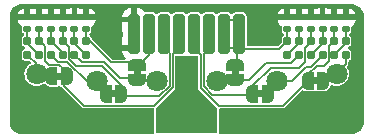
<source format=gbr>
%TF.GenerationSoftware,KiCad,Pcbnew,8.0.5-unknown-202409181836~355805756e~ubuntu22.04.1*%
%TF.CreationDate,2024-10-12T17:39:12+01:00*%
%TF.ProjectId,DRY_ELEC_6CH_MID,4452595f-454c-4454-935f-3643485f4d49,1.0*%
%TF.SameCoordinates,Original*%
%TF.FileFunction,Copper,L1,Top*%
%TF.FilePolarity,Positive*%
%FSLAX46Y46*%
G04 Gerber Fmt 4.6, Leading zero omitted, Abs format (unit mm)*
G04 Created by KiCad (PCBNEW 8.0.5-unknown-202409181836~355805756e~ubuntu22.04.1) date 2024-10-12 17:39:12*
%MOMM*%
%LPD*%
G01*
G04 APERTURE LIST*
G04 Aperture macros list*
%AMRoundRect*
0 Rectangle with rounded corners*
0 $1 Rounding radius*
0 $2 $3 $4 $5 $6 $7 $8 $9 X,Y pos of 4 corners*
0 Add a 4 corners polygon primitive as box body*
4,1,4,$2,$3,$4,$5,$6,$7,$8,$9,$2,$3,0*
0 Add four circle primitives for the rounded corners*
1,1,$1+$1,$2,$3*
1,1,$1+$1,$4,$5*
1,1,$1+$1,$6,$7*
1,1,$1+$1,$8,$9*
0 Add four rect primitives between the rounded corners*
20,1,$1+$1,$2,$3,$4,$5,0*
20,1,$1+$1,$4,$5,$6,$7,0*
20,1,$1+$1,$6,$7,$8,$9,0*
20,1,$1+$1,$8,$9,$2,$3,0*%
%AMFreePoly0*
4,1,13,0.345671,0.480970,0.426777,0.426777,0.480970,0.345671,0.500000,0.250000,0.500000,-0.900000,-0.500000,-0.900000,-0.500000,0.250000,-0.480970,0.345671,-0.426777,0.426777,-0.345671,0.480970,-0.250000,0.500000,0.250000,0.500000,0.345671,0.480970,0.345671,0.480970,$1*%
%AMFreePoly1*
4,1,19,0.500000,-0.750000,0.000000,-0.750000,0.000000,-0.744911,-0.071157,-0.744911,-0.207708,-0.704816,-0.327430,-0.627875,-0.420627,-0.520320,-0.479746,-0.390866,-0.500000,-0.250000,-0.500000,0.250000,-0.479746,0.390866,-0.420627,0.520320,-0.327430,0.627875,-0.207708,0.704816,-0.071157,0.744911,0.000000,0.744911,0.000000,0.750000,0.500000,0.750000,0.500000,-0.750000,0.500000,-0.750000,
$1*%
%AMFreePoly2*
4,1,19,0.000000,0.744911,0.071157,0.744911,0.207708,0.704816,0.327430,0.627875,0.420627,0.520320,0.479746,0.390866,0.500000,0.250000,0.500000,-0.250000,0.479746,-0.390866,0.420627,-0.520320,0.327430,-0.627875,0.207708,-0.704816,0.071157,-0.744911,0.000000,-0.744911,0.000000,-0.750000,-0.500000,-0.750000,-0.500000,0.750000,0.000000,0.750000,0.000000,0.744911,0.000000,0.744911,
$1*%
G04 Aperture macros list end*
%TA.AperFunction,NonConductor*%
%ADD10C,0.000000*%
%TD*%
%TA.AperFunction,EtchedComponent*%
%ADD11C,0.000000*%
%TD*%
%TA.AperFunction,SMDPad,CuDef*%
%ADD12FreePoly0,180.000000*%
%TD*%
%TA.AperFunction,SMDPad,CuDef*%
%ADD13FreePoly0,0.000000*%
%TD*%
%TA.AperFunction,SMDPad,CuDef*%
%ADD14RoundRect,0.140000X0.170000X-0.140000X0.170000X0.140000X-0.170000X0.140000X-0.170000X-0.140000X0*%
%TD*%
%TA.AperFunction,SMDPad,CuDef*%
%ADD15RoundRect,0.160000X0.160000X-0.197500X0.160000X0.197500X-0.160000X0.197500X-0.160000X-0.197500X0*%
%TD*%
%TA.AperFunction,SMDPad,CuDef*%
%ADD16FreePoly1,180.000000*%
%TD*%
%TA.AperFunction,SMDPad,CuDef*%
%ADD17FreePoly2,180.000000*%
%TD*%
%TA.AperFunction,ComponentPad*%
%ADD18C,1.800000*%
%TD*%
%TA.AperFunction,SMDPad,CuDef*%
%ADD19FreePoly1,0.000000*%
%TD*%
%TA.AperFunction,SMDPad,CuDef*%
%ADD20FreePoly2,0.000000*%
%TD*%
%TA.AperFunction,SMDPad,CuDef*%
%ADD21FreePoly1,90.000000*%
%TD*%
%TA.AperFunction,SMDPad,CuDef*%
%ADD22FreePoly2,90.000000*%
%TD*%
%TA.AperFunction,Conductor*%
%ADD23C,0.127000*%
%TD*%
G04 APERTURE END LIST*
%TA.AperFunction,Conductor*%
%TO.N,/IN3*%
G36*
X30135000Y-27700000D02*
G01*
X31135000Y-27700000D01*
X31135000Y-28300000D01*
X30135000Y-28300000D01*
X30135000Y-27700000D01*
G37*
%TD.AperFunction*%
D10*
%TA.AperFunction,NonConductor*%
G36*
X30999999Y-32700000D02*
G01*
X32599999Y-34300000D01*
X32599999Y-36400000D01*
X27399999Y-36400000D01*
X27399999Y-34300000D01*
X28999999Y-32700000D01*
X28999999Y-29900000D01*
X30999999Y-29900000D01*
X30999999Y-32700000D01*
G37*
%TD.AperFunction*%
%TA.AperFunction,Conductor*%
%TO.N,GND*%
G36*
X25055000Y-27700000D02*
G01*
X26055000Y-27700000D01*
X26055000Y-28300000D01*
X25055000Y-28300000D01*
X25055000Y-27700000D01*
G37*
%TD.AperFunction*%
%TA.AperFunction,Conductor*%
%TO.N,/IN1*%
G36*
X33945000Y-27700000D02*
G01*
X34945000Y-27700000D01*
X34945000Y-28300000D01*
X33945000Y-28300000D01*
X33945000Y-27700000D01*
G37*
%TD.AperFunction*%
%TA.AperFunction,Conductor*%
%TO.N,/IN4*%
G36*
X28865000Y-27700000D02*
G01*
X29865000Y-27700000D01*
X29865000Y-28300000D01*
X28865000Y-28300000D01*
X28865000Y-27700000D01*
G37*
%TD.AperFunction*%
%TA.AperFunction,Conductor*%
%TO.N,/IN2*%
G36*
X31405000Y-27700000D02*
G01*
X32405000Y-27700000D01*
X32405000Y-28300000D01*
X31405000Y-28300000D01*
X31405000Y-27700000D01*
G37*
%TD.AperFunction*%
%TA.AperFunction,Conductor*%
%TO.N,/IN1*%
G36*
X32675000Y-27700000D02*
G01*
X33675000Y-27700000D01*
X33675000Y-28300000D01*
X32675000Y-28300000D01*
X32675000Y-27700000D01*
G37*
%TD.AperFunction*%
%TA.AperFunction,Conductor*%
%TO.N,/IN5*%
G36*
X27595000Y-27700000D02*
G01*
X28595000Y-27700000D01*
X28595000Y-28300000D01*
X27595000Y-28300000D01*
X27595000Y-27700000D01*
G37*
%TD.AperFunction*%
%TA.AperFunction,Conductor*%
%TO.N,/IN6*%
G36*
X26325000Y-27700000D02*
G01*
X27325000Y-27700000D01*
X27325000Y-28300000D01*
X26325000Y-28300000D01*
X26325000Y-27700000D01*
G37*
%TD.AperFunction*%
D11*
%TA.AperFunction,EtchedComponent*%
%TD*%
%TO.C,JP2*%
G36*
X36449999Y-33400000D02*
G01*
X35949999Y-33400000D01*
X35949999Y-32800000D01*
X36449999Y-32800000D01*
X36449999Y-33400000D01*
G37*
%TD.AperFunction*%
%TA.AperFunction,EtchedComponent*%
%TO.C,JP5*%
G36*
X24049999Y-33400000D02*
G01*
X23549999Y-33400000D01*
X23549999Y-32800000D01*
X24049999Y-32800000D01*
X24049999Y-33400000D01*
G37*
%TD.AperFunction*%
%TA.AperFunction,EtchedComponent*%
%TO.C,JP3*%
G36*
X41149999Y-32300000D02*
G01*
X40649999Y-32300000D01*
X40649999Y-31700000D01*
X41149999Y-31700000D01*
X41149999Y-32300000D01*
G37*
%TD.AperFunction*%
%TA.AperFunction,EtchedComponent*%
%TO.C,JP6*%
G36*
X26099999Y-31550000D02*
G01*
X25499999Y-31550000D01*
X25499999Y-31050000D01*
X26099999Y-31050000D01*
X26099999Y-31550000D01*
G37*
%TD.AperFunction*%
%TA.AperFunction,EtchedComponent*%
%TO.C,JP1*%
G36*
X34399999Y-31550000D02*
G01*
X33799999Y-31550000D01*
X33799999Y-31050000D01*
X34399999Y-31050000D01*
X34399999Y-31550000D01*
G37*
%TD.AperFunction*%
%TA.AperFunction,EtchedComponent*%
%TO.C,JP4*%
G36*
X19449999Y-31900000D02*
G01*
X18949999Y-31900000D01*
X18949999Y-31300000D01*
X19449999Y-31300000D01*
X19449999Y-31900000D01*
G37*
%TD.AperFunction*%
%TD*%
D12*
%TO.P,J14,1,Pin_1*%
%TO.N,/IN2*%
X31905000Y-29200000D03*
%TD*%
D13*
%TO.P,J4,1,Pin_1*%
%TO.N,/IN4*%
X29365000Y-26800000D03*
%TD*%
D14*
%TO.P,C9,1*%
%TO.N,Net-(C9-Pad1)*%
X18499999Y-27580000D03*
%TO.P,C9,2*%
%TO.N,GND*%
X18499999Y-26620000D03*
%TD*%
D15*
%TO.P,R6,1*%
%TO.N,Net-(C5-Pad1)*%
X42499999Y-29797500D03*
%TO.P,R6,2*%
%TO.N,/IN3*%
X42499999Y-28602500D03*
%TD*%
D14*
%TO.P,C2,1*%
%TO.N,/IN1*%
X38499999Y-27580000D03*
%TO.P,C2,2*%
%TO.N,GND*%
X38499999Y-26620000D03*
%TD*%
D16*
%TO.P,JP2,1,A*%
%TO.N,/filtering_2/ELECTRODE*%
X36849998Y-33100000D03*
D17*
%TO.P,JP2,2,B*%
%TO.N,/IN2*%
X35550000Y-33100000D03*
%TD*%
D12*
%TO.P,J9,1,Pin_1*%
%TO.N,GND*%
X25555000Y-29200000D03*
%TD*%
D14*
%TO.P,C5,1*%
%TO.N,Net-(C5-Pad1)*%
X43499999Y-27580000D03*
%TO.P,C5,2*%
%TO.N,GND*%
X43499999Y-26620000D03*
%TD*%
D13*
%TO.P,J2,1,Pin_1*%
%TO.N,/IN6*%
X26825000Y-26800000D03*
%TD*%
D14*
%TO.P,C8,1*%
%TO.N,/IN4*%
X17499999Y-27580000D03*
%TO.P,C8,2*%
%TO.N,GND*%
X17499999Y-26620000D03*
%TD*%
D18*
%TO.P,J17,1,Pin_1*%
%TO.N,/filtering_1/ELECTRODE*%
X32539999Y-32000000D03*
%TD*%
D15*
%TO.P,R7,1*%
%TO.N,/filtering_4/ELECTRODE*%
X16499999Y-29797500D03*
%TO.P,R7,2*%
%TO.N,Net-(C7-Pad1)*%
X16499999Y-28602500D03*
%TD*%
D18*
%TO.P,J21,1,Pin_1*%
%TO.N,/filtering_5/ELECTRODE*%
X22379999Y-32000000D03*
%TD*%
D15*
%TO.P,R12,1*%
%TO.N,Net-(C11-Pad1)*%
X21499999Y-29797500D03*
%TO.P,R12,2*%
%TO.N,/IN6*%
X21499999Y-28602500D03*
%TD*%
D14*
%TO.P,C4,1*%
%TO.N,/IN2*%
X40499999Y-27580000D03*
%TO.P,C4,2*%
%TO.N,GND*%
X40499999Y-26620000D03*
%TD*%
D12*
%TO.P,J12,1,Pin_1*%
%TO.N,/IN4*%
X29365000Y-29200000D03*
%TD*%
D19*
%TO.P,JP5,1,A*%
%TO.N,/filtering_5/ELECTRODE*%
X23150000Y-33100000D03*
D20*
%TO.P,JP5,2,B*%
%TO.N,/IN5*%
X24449998Y-33100000D03*
%TD*%
D15*
%TO.P,R9,1*%
%TO.N,/filtering_5/ELECTRODE*%
X18499999Y-29797500D03*
%TO.P,R9,2*%
%TO.N,Net-(C9-Pad1)*%
X18499999Y-28602500D03*
%TD*%
D12*
%TO.P,J13,1,Pin_1*%
%TO.N,/IN3*%
X30635000Y-29200000D03*
%TD*%
%TO.P,J16,1,Pin_1*%
%TO.N,/IN1*%
X34445000Y-29200000D03*
%TD*%
D14*
%TO.P,C1,1*%
%TO.N,Net-(C1-Pad1)*%
X39499999Y-27580000D03*
%TO.P,C1,2*%
%TO.N,GND*%
X39499999Y-26620000D03*
%TD*%
D15*
%TO.P,R11,1*%
%TO.N,/filtering_6/ELECTRODE*%
X20499999Y-29797500D03*
%TO.P,R11,2*%
%TO.N,Net-(C11-Pad1)*%
X20499999Y-28602500D03*
%TD*%
%TO.P,R10,1*%
%TO.N,Net-(C9-Pad1)*%
X19499999Y-29797500D03*
%TO.P,R10,2*%
%TO.N,/IN5*%
X19499999Y-28602500D03*
%TD*%
D14*
%TO.P,C6,1*%
%TO.N,/IN3*%
X42499999Y-27580000D03*
%TO.P,C6,2*%
%TO.N,GND*%
X42499999Y-26620000D03*
%TD*%
D15*
%TO.P,R2,1*%
%TO.N,Net-(C1-Pad1)*%
X38499999Y-29797500D03*
%TO.P,R2,2*%
%TO.N,/IN1*%
X38499999Y-28602500D03*
%TD*%
%TO.P,R4,1*%
%TO.N,Net-(C3-Pad1)*%
X40499999Y-29797500D03*
%TO.P,R4,2*%
%TO.N,/IN2*%
X40499999Y-28602500D03*
%TD*%
D13*
%TO.P,J1,1,Pin_1*%
%TO.N,GND*%
X25555000Y-26800000D03*
%TD*%
D14*
%TO.P,C7,1*%
%TO.N,Net-(C7-Pad1)*%
X16499999Y-27580000D03*
%TO.P,C7,2*%
%TO.N,GND*%
X16499999Y-26620000D03*
%TD*%
%TO.P,C3,1*%
%TO.N,Net-(C3-Pad1)*%
X41499999Y-27582500D03*
%TO.P,C3,2*%
%TO.N,GND*%
X41499999Y-26622500D03*
%TD*%
D15*
%TO.P,R1,1*%
%TO.N,/filtering_1/ELECTRODE*%
X39499999Y-29797500D03*
%TO.P,R1,2*%
%TO.N,Net-(C1-Pad1)*%
X39499999Y-28602500D03*
%TD*%
D12*
%TO.P,J10,1,Pin_1*%
%TO.N,/IN6*%
X26825000Y-29200000D03*
%TD*%
%TO.P,J15,1,Pin_1*%
%TO.N,/IN1*%
X33175000Y-29200000D03*
%TD*%
D15*
%TO.P,R8,1*%
%TO.N,Net-(C7-Pad1)*%
X17499999Y-29797500D03*
%TO.P,R8,2*%
%TO.N,/IN4*%
X17499999Y-28602500D03*
%TD*%
D18*
%TO.P,J20,1,Pin_1*%
%TO.N,/filtering_4/ELECTRODE*%
X17299999Y-31400000D03*
%TD*%
D14*
%TO.P,C11,1*%
%TO.N,Net-(C11-Pad1)*%
X20499999Y-27580000D03*
%TO.P,C11,2*%
%TO.N,GND*%
X20499999Y-26620000D03*
%TD*%
D13*
%TO.P,J5,1,Pin_1*%
%TO.N,/IN3*%
X30635000Y-26800000D03*
%TD*%
D14*
%TO.P,C12,1*%
%TO.N,/IN6*%
X21499999Y-27580000D03*
%TO.P,C12,2*%
%TO.N,GND*%
X21499999Y-26620000D03*
%TD*%
D13*
%TO.P,J7,1,Pin_1*%
%TO.N,/IN1*%
X33175000Y-26800000D03*
%TD*%
D16*
%TO.P,JP3,1,A*%
%TO.N,/filtering_3/ELECTRODE*%
X41549998Y-32000000D03*
D17*
%TO.P,JP3,2,B*%
%TO.N,/IN3*%
X40250000Y-32000000D03*
%TD*%
D13*
%TO.P,J3,1,Pin_1*%
%TO.N,/IN5*%
X28095000Y-26800000D03*
%TD*%
D18*
%TO.P,J18,1,Pin_1*%
%TO.N,/filtering_2/ELECTRODE*%
X37619999Y-32000000D03*
%TD*%
D14*
%TO.P,C10,1*%
%TO.N,/IN5*%
X19499999Y-27580000D03*
%TO.P,C10,2*%
%TO.N,GND*%
X19499999Y-26620000D03*
%TD*%
D18*
%TO.P,J22,1,Pin_1*%
%TO.N,/filtering_6/ELECTRODE*%
X27459999Y-32000000D03*
%TD*%
D15*
%TO.P,R3,1*%
%TO.N,/filtering_2/ELECTRODE*%
X41499999Y-29800000D03*
%TO.P,R3,2*%
%TO.N,Net-(C3-Pad1)*%
X41499999Y-28605000D03*
%TD*%
D18*
%TO.P,J19,1,Pin_1*%
%TO.N,/filtering_3/ELECTRODE*%
X42699999Y-31400000D03*
%TD*%
D12*
%TO.P,J11,1,Pin_1*%
%TO.N,/IN5*%
X28095000Y-29200000D03*
%TD*%
D21*
%TO.P,JP6,1,A*%
%TO.N,/filtering_6/ELECTRODE*%
X25799999Y-31949999D03*
D22*
%TO.P,JP6,2,B*%
%TO.N,/IN6*%
X25799999Y-30650001D03*
%TD*%
D13*
%TO.P,J6,1,Pin_1*%
%TO.N,/IN2*%
X31905000Y-26800000D03*
%TD*%
%TO.P,J8,1,Pin_1*%
%TO.N,/IN1*%
X34445000Y-26800000D03*
%TD*%
D21*
%TO.P,JP1,1,A*%
%TO.N,/filtering_1/ELECTRODE*%
X34099999Y-31949999D03*
D22*
%TO.P,JP1,2,B*%
%TO.N,/IN1*%
X34099999Y-30650001D03*
%TD*%
D19*
%TO.P,JP4,1,A*%
%TO.N,/filtering_4/ELECTRODE*%
X18550000Y-31600000D03*
D20*
%TO.P,JP4,2,B*%
%TO.N,/IN4*%
X19849998Y-31600000D03*
%TD*%
D15*
%TO.P,R5,1*%
%TO.N,/filtering_3/ELECTRODE*%
X43499999Y-29797500D03*
%TO.P,R5,2*%
%TO.N,Net-(C5-Pad1)*%
X43499999Y-28602500D03*
%TD*%
D23*
%TO.N,/IN6*%
X26825000Y-29774999D02*
X26199999Y-30400000D01*
X21499999Y-28602500D02*
X21499999Y-27580000D01*
X21801249Y-28602500D02*
X21499999Y-28602500D01*
X23598749Y-30400000D02*
X21801249Y-28602500D01*
X26825000Y-26800000D02*
X26825000Y-29200000D01*
X26199999Y-30400000D02*
X23598749Y-30400000D01*
X26825000Y-29774999D02*
X26825000Y-29200000D01*
%TO.N,/IN5*%
X20597209Y-30700000D02*
X22799999Y-30700000D01*
X20026499Y-29129000D02*
X20026499Y-30129290D01*
X19499999Y-28602500D02*
X20026499Y-29129000D01*
X28095000Y-26800000D02*
X28095000Y-29200000D01*
X22799999Y-30700000D02*
X24749998Y-32649999D01*
X28555000Y-29660000D02*
X28095000Y-29200000D01*
X28555000Y-32430000D02*
X28555000Y-29660000D01*
X24749998Y-32649999D02*
X24749998Y-33300000D01*
X24749998Y-33300000D02*
X27685000Y-33300000D01*
X27685000Y-33300000D02*
X28555000Y-32430000D01*
X19499999Y-28602500D02*
X19499999Y-27580000D01*
X20026499Y-30129290D02*
X20597209Y-30700000D01*
%TO.N,/IN4*%
X18316999Y-30617000D02*
X19216999Y-30617000D01*
X19599999Y-31000000D02*
X19599999Y-32400000D01*
X19216999Y-30617000D02*
X19599999Y-31000000D01*
X17973499Y-29076000D02*
X17973499Y-30273500D01*
X17499999Y-28602500D02*
X17973499Y-29076000D01*
X29365000Y-26800000D02*
X29365000Y-29200000D01*
X28805000Y-32500000D02*
X28805000Y-29760000D01*
X17973499Y-30273500D02*
X18316999Y-30617000D01*
X17499999Y-28602500D02*
X17499999Y-27580000D01*
X27205000Y-34100000D02*
X28805000Y-32500000D01*
X21299999Y-34100000D02*
X27205000Y-34100000D01*
X28805000Y-29760000D02*
X29365000Y-29200000D01*
X19599999Y-32400000D02*
X21299999Y-34100000D01*
%TO.N,/IN3*%
X30635000Y-26800000D02*
X30635000Y-29200000D01*
X30635000Y-29200000D02*
X31208000Y-29773000D01*
X31208000Y-32563000D02*
X32745000Y-34100000D01*
X40999999Y-30700000D02*
X40250000Y-31449999D01*
X31208000Y-29773000D02*
X31208000Y-32563000D01*
X42499999Y-27580000D02*
X42499999Y-28602500D01*
X42026499Y-29076000D02*
X42026499Y-30276145D01*
X38150000Y-34100000D02*
X40250000Y-32000000D01*
X42026499Y-30276145D02*
X41602644Y-30700000D01*
X41602644Y-30700000D02*
X40999999Y-30700000D01*
X42499999Y-28602500D02*
X42026499Y-29076000D01*
X40250000Y-31449999D02*
X40250000Y-32000000D01*
X32745000Y-34100000D02*
X38150000Y-34100000D01*
%TO.N,/IN2*%
X35550000Y-32456883D02*
X35550000Y-33100000D01*
X35450000Y-33200000D02*
X32185000Y-33200000D01*
X32185000Y-33200000D02*
X31425000Y-32440000D01*
X40026499Y-29173500D02*
X40026499Y-30373500D01*
X31905000Y-26800000D02*
X31905000Y-29200000D01*
X37106883Y-30900000D02*
X35550000Y-32456883D01*
X35550000Y-33100000D02*
X35450000Y-33200000D01*
X40499999Y-28700000D02*
X40026499Y-29173500D01*
X40026499Y-30373500D02*
X39499999Y-30900000D01*
X40499999Y-28602500D02*
X40499999Y-28700000D01*
X31425000Y-29680000D02*
X31905000Y-29200000D01*
X40499999Y-27580000D02*
X40499999Y-28602500D01*
X31425000Y-32440000D02*
X31425000Y-29680000D01*
X39499999Y-30900000D02*
X37106883Y-30900000D01*
%TO.N,/IN1*%
X34299999Y-30650001D02*
X34299999Y-29410001D01*
X33175000Y-29200000D02*
X34380000Y-29200000D01*
X34380000Y-29200000D02*
X34445000Y-29265000D01*
X34445000Y-26865000D02*
X34445000Y-29265000D01*
X34299999Y-29410001D02*
X34445000Y-29265000D01*
X34445000Y-26865000D02*
X33240000Y-26865000D01*
X37837499Y-29265000D02*
X38499999Y-28602500D01*
X33175000Y-26800000D02*
X33175000Y-29200000D01*
X34445000Y-29265000D02*
X37837499Y-29265000D01*
X38499999Y-27580000D02*
X38499999Y-28602500D01*
X33240000Y-26865000D02*
X33175000Y-26800000D01*
%TO.N,Net-(C1-Pad1)*%
X39499999Y-28797500D02*
X38499999Y-29797500D01*
X39499999Y-27580000D02*
X39499999Y-28602500D01*
X39499999Y-28602500D02*
X39499999Y-28797500D01*
%TO.N,Net-(C3-Pad1)*%
X41499999Y-27582500D02*
X41499999Y-28605000D01*
X41499999Y-28797500D02*
X40499999Y-29797500D01*
X41499999Y-28605000D02*
X41499999Y-28797500D01*
%TO.N,GND*%
X16499999Y-26620000D02*
X17499999Y-26620000D01*
X20499999Y-26620000D02*
X21499999Y-26620000D01*
X38499999Y-26620000D02*
X43499999Y-26620000D01*
X18499999Y-26620000D02*
X19499999Y-26620000D01*
%TO.N,Net-(C5-Pad1)*%
X43499999Y-28797500D02*
X42499999Y-29797500D01*
X43499999Y-28602500D02*
X43499999Y-28797500D01*
X43499999Y-27580000D02*
X43499999Y-28602500D01*
%TO.N,Net-(C7-Pad1)*%
X16499999Y-27580000D02*
X16499999Y-28602500D01*
X16499999Y-28797500D02*
X17499999Y-29797500D01*
X16499999Y-28602500D02*
X16499999Y-28797500D01*
%TO.N,Net-(C9-Pad1)*%
X18499999Y-28602500D02*
X19499999Y-29602500D01*
X18499999Y-28602500D02*
X18499999Y-27580000D01*
X19499999Y-29602500D02*
X19499999Y-29797500D01*
%TO.N,Net-(C11-Pad1)*%
X20499999Y-28797500D02*
X21499999Y-29797500D01*
X20499999Y-28602500D02*
X20499999Y-27580000D01*
X20499999Y-28602500D02*
X20499999Y-28797500D01*
%TO.N,/filtering_1/ELECTRODE*%
X35250000Y-31949999D02*
X34299999Y-31949999D01*
X38797499Y-30500000D02*
X36699999Y-30500000D01*
X39499999Y-29797500D02*
X38797499Y-30500000D01*
X34299999Y-31949999D02*
X32590000Y-31949999D01*
X36699999Y-30500000D02*
X35250000Y-31949999D01*
X32590000Y-31949999D02*
X32539999Y-32000000D01*
%TO.N,/filtering_2/ELECTRODE*%
X40099999Y-30800000D02*
X40499999Y-30800000D01*
X37619999Y-32000000D02*
X38899999Y-32000000D01*
X40499999Y-30800000D02*
X41499999Y-29800000D01*
X38899999Y-32000000D02*
X40099999Y-30800000D01*
%TO.N,/filtering_3/ELECTRODE*%
X43499999Y-29797500D02*
X43499999Y-30600000D01*
X43499999Y-30600000D02*
X42699999Y-31400000D01*
%TO.N,/filtering_4/ELECTRODE*%
X16499999Y-29797500D02*
X17299999Y-30597500D01*
X17299999Y-31400000D02*
X17699999Y-31800000D01*
X17699999Y-31800000D02*
X18750000Y-31800000D01*
X17299999Y-30597500D02*
X17299999Y-31400000D01*
%TO.N,/filtering_5/ELECTRODE*%
X19899999Y-30400000D02*
X19102499Y-30400000D01*
X22379999Y-32020000D02*
X21519999Y-32020000D01*
X22379999Y-32000000D02*
X22379999Y-32020000D01*
X19102499Y-30400000D02*
X18499999Y-29797500D01*
X21519999Y-32020000D02*
X19899999Y-30400000D01*
X23450000Y-33100000D02*
X23450000Y-33070001D01*
X23450000Y-33070001D02*
X22379999Y-32000000D01*
%TO.N,/filtering_6/ELECTRODE*%
X25699999Y-31949999D02*
X25536410Y-31786410D01*
X22999999Y-30400000D02*
X21102499Y-30400000D01*
X25536410Y-31786410D02*
X24386409Y-31786410D01*
X21102499Y-30400000D02*
X20499999Y-29797500D01*
X24386409Y-31786410D02*
X22999999Y-30400000D01*
X27409998Y-31949999D02*
X25699999Y-31949999D01*
X27459999Y-32000000D02*
X27409998Y-31949999D01*
%TD*%
%TA.AperFunction,Conductor*%
%TO.N,GND*%
G36*
X25805000Y-28300000D02*
G01*
X25305000Y-28300000D01*
X25305000Y-27700000D01*
X25805000Y-27700000D01*
X25805000Y-28300000D01*
G37*
%TD.AperFunction*%
%TD*%
%TA.AperFunction,Conductor*%
%TO.N,GND*%
G36*
X44005393Y-25510971D02*
G01*
X44161018Y-25524587D01*
X44182296Y-25528338D01*
X44327950Y-25567366D01*
X44348259Y-25574759D01*
X44450050Y-25622224D01*
X44484919Y-25638484D01*
X44503630Y-25649286D01*
X44627148Y-25735774D01*
X44643706Y-25749667D01*
X44750331Y-25856291D01*
X44764225Y-25872850D01*
X44832449Y-25970285D01*
X44850709Y-25996362D01*
X44861516Y-26015081D01*
X44925240Y-26151739D01*
X44932633Y-26172049D01*
X44971659Y-26317696D01*
X44975412Y-26338982D01*
X44989027Y-26494593D01*
X44989499Y-26505401D01*
X44989499Y-35494587D01*
X44989027Y-35505395D01*
X44975411Y-35661017D01*
X44971658Y-35682303D01*
X44932632Y-35827950D01*
X44925239Y-35848261D01*
X44861516Y-35984915D01*
X44850709Y-36003633D01*
X44764219Y-36127154D01*
X44750325Y-36143712D01*
X44643711Y-36250326D01*
X44627153Y-36264220D01*
X44503631Y-36350711D01*
X44484913Y-36361518D01*
X44348263Y-36425239D01*
X44327951Y-36432632D01*
X44182301Y-36471658D01*
X44161016Y-36475411D01*
X44047747Y-36485321D01*
X44005379Y-36489028D01*
X43994577Y-36489500D01*
X32856499Y-36489500D01*
X32789460Y-36469815D01*
X32743705Y-36417011D01*
X32732499Y-36365500D01*
X32732499Y-34415000D01*
X32752184Y-34347961D01*
X32804988Y-34302206D01*
X32856499Y-34291000D01*
X38187990Y-34291000D01*
X38187992Y-34291000D01*
X38258193Y-34261922D01*
X39733882Y-32786230D01*
X39795203Y-32752747D01*
X39864894Y-32757731D01*
X39888600Y-32769598D01*
X39968509Y-32820952D01*
X39968517Y-32820956D01*
X39968521Y-32820959D01*
X40002827Y-32836626D01*
X40140782Y-32877133D01*
X40178111Y-32882500D01*
X40178114Y-32882500D01*
X40749999Y-32882500D01*
X40750000Y-32882500D01*
X40805042Y-32870526D01*
X40814804Y-32862066D01*
X40878359Y-32833041D01*
X40947518Y-32842983D01*
X40962059Y-32853857D01*
X40963365Y-32851827D01*
X40978362Y-32861465D01*
X40978363Y-32861466D01*
X41018564Y-32873270D01*
X41049997Y-32882500D01*
X41049998Y-32882500D01*
X41621884Y-32882500D01*
X41621887Y-32882500D01*
X41659216Y-32877133D01*
X41797171Y-32836626D01*
X41831477Y-32820959D01*
X41952431Y-32743227D01*
X41980933Y-32718529D01*
X42075087Y-32609868D01*
X42095476Y-32578143D01*
X42155204Y-32447358D01*
X42157399Y-32439883D01*
X42195169Y-32381102D01*
X42258723Y-32352073D01*
X42312367Y-32356148D01*
X42498574Y-32412633D01*
X42699999Y-32432472D01*
X42901424Y-32412633D01*
X43095109Y-32353880D01*
X43273610Y-32258469D01*
X43430067Y-32130068D01*
X43558468Y-31973611D01*
X43653879Y-31795110D01*
X43712632Y-31601425D01*
X43732471Y-31400000D01*
X43712632Y-31198575D01*
X43653879Y-31004890D01*
X43596683Y-30897885D01*
X43582442Y-30829484D01*
X43607442Y-30764240D01*
X43618350Y-30751762D01*
X43661921Y-30708193D01*
X43690999Y-30637992D01*
X43690999Y-30562008D01*
X43690999Y-30376388D01*
X43710684Y-30309349D01*
X43763488Y-30263594D01*
X43764790Y-30263008D01*
X43825290Y-30236295D01*
X43901294Y-30160291D01*
X43944710Y-30061963D01*
X43947499Y-30037924D01*
X43947499Y-29557076D01*
X43944710Y-29533037D01*
X43901294Y-29434709D01*
X43825290Y-29358705D01*
X43726962Y-29315289D01*
X43722761Y-29313434D01*
X43669385Y-29268348D01*
X43648858Y-29201562D01*
X43667696Y-29134280D01*
X43719920Y-29087863D01*
X43722761Y-29086566D01*
X43751220Y-29074000D01*
X43825290Y-29041295D01*
X43901294Y-28965291D01*
X43944710Y-28866963D01*
X43947499Y-28842924D01*
X43947499Y-28362076D01*
X43944710Y-28338037D01*
X43901294Y-28239709D01*
X43825290Y-28163705D01*
X43815811Y-28157212D01*
X43816995Y-28155482D01*
X43774933Y-28119950D01*
X43754408Y-28053163D01*
X43773248Y-27985882D01*
X43809508Y-27948503D01*
X43859114Y-27915357D01*
X43862856Y-27912857D01*
X43921979Y-27824373D01*
X43937499Y-27746348D01*
X43937499Y-27416074D01*
X43957184Y-27349035D01*
X43998378Y-27309342D01*
X44065374Y-27269720D01*
X44065382Y-27269714D01*
X44179713Y-27155383D01*
X44179720Y-27155374D01*
X44262030Y-27016195D01*
X44304503Y-26870000D01*
X42322389Y-26870000D01*
X42299137Y-26872500D01*
X40700861Y-26872500D01*
X40692347Y-26870000D01*
X37695495Y-26870000D01*
X37737967Y-27016195D01*
X37820277Y-27155374D01*
X37820284Y-27155383D01*
X37934615Y-27269714D01*
X37934623Y-27269720D01*
X38001620Y-27309342D01*
X38049303Y-27360411D01*
X38062499Y-27416074D01*
X38062499Y-27746352D01*
X38078017Y-27824370D01*
X38078018Y-27824371D01*
X38078018Y-27824372D01*
X38078019Y-27824373D01*
X38137142Y-27912857D01*
X38186651Y-27945938D01*
X38190490Y-27948503D01*
X38235295Y-28002115D01*
X38244002Y-28071440D01*
X38213847Y-28134468D01*
X38183621Y-28156386D01*
X38184187Y-28157212D01*
X38174707Y-28163705D01*
X38098704Y-28239708D01*
X38055288Y-28338034D01*
X38055288Y-28338036D01*
X38052499Y-28362074D01*
X38052499Y-28728523D01*
X38032814Y-28795562D01*
X38016180Y-28816204D01*
X37794703Y-29037681D01*
X37733380Y-29071166D01*
X37707022Y-29074000D01*
X35201500Y-29074000D01*
X35134461Y-29054315D01*
X35088706Y-29001511D01*
X35077500Y-28950000D01*
X35077500Y-28299999D01*
X35075334Y-28290043D01*
X35072500Y-28263684D01*
X35072500Y-27734858D01*
X35076248Y-27708782D01*
X35076238Y-27708781D01*
X35077500Y-27700002D01*
X35077500Y-26854107D01*
X35078762Y-26836461D01*
X35080000Y-26827849D01*
X35081293Y-26818857D01*
X35081293Y-26781143D01*
X35078762Y-26763539D01*
X35077500Y-26745893D01*
X35077500Y-26550000D01*
X35077500Y-26549999D01*
X35074954Y-26524151D01*
X35055924Y-26428480D01*
X35036140Y-26380716D01*
X35028980Y-26370000D01*
X37695495Y-26370000D01*
X38249999Y-26370000D01*
X38249999Y-25841210D01*
X38249998Y-25841209D01*
X38749999Y-25841209D01*
X38749999Y-26370000D01*
X39249999Y-26370000D01*
X39249999Y-25841210D01*
X39249998Y-25841209D01*
X39749999Y-25841209D01*
X39749999Y-26370000D01*
X40249999Y-26370000D01*
X40749999Y-26370000D01*
X41249999Y-26370000D01*
X41249999Y-25843710D01*
X41249998Y-25843709D01*
X41749999Y-25843709D01*
X41749999Y-26370000D01*
X42249999Y-26370000D01*
X42249999Y-25841210D01*
X42249998Y-25841209D01*
X42749999Y-25841209D01*
X42749999Y-26370000D01*
X43249999Y-26370000D01*
X43749999Y-26370000D01*
X44304503Y-26370000D01*
X44262030Y-26223804D01*
X44179720Y-26084625D01*
X44179713Y-26084616D01*
X44065382Y-25970285D01*
X44065373Y-25970278D01*
X43926194Y-25887968D01*
X43926189Y-25887966D01*
X43770917Y-25842855D01*
X43770911Y-25842854D01*
X43749999Y-25841209D01*
X43749999Y-26370000D01*
X43249999Y-26370000D01*
X43249999Y-25841210D01*
X43249998Y-25841209D01*
X43229086Y-25842854D01*
X43229080Y-25842855D01*
X43073808Y-25887966D01*
X43073802Y-25887968D01*
X43063117Y-25894288D01*
X42995392Y-25911468D01*
X42936881Y-25894288D01*
X42926195Y-25887968D01*
X42926189Y-25887966D01*
X42770917Y-25842855D01*
X42770911Y-25842854D01*
X42749999Y-25841209D01*
X42249998Y-25841209D01*
X42229086Y-25842854D01*
X42229080Y-25842855D01*
X42073808Y-25887966D01*
X42073798Y-25887970D01*
X42061002Y-25895538D01*
X41993278Y-25912718D01*
X41934767Y-25895538D01*
X41926194Y-25890468D01*
X41926189Y-25890466D01*
X41770917Y-25845355D01*
X41770911Y-25845354D01*
X41749999Y-25843709D01*
X41249998Y-25843709D01*
X41229086Y-25845354D01*
X41229080Y-25845355D01*
X41073805Y-25890467D01*
X41073795Y-25890471D01*
X41065228Y-25895538D01*
X40997504Y-25912718D01*
X40938989Y-25895535D01*
X40926196Y-25887969D01*
X40926189Y-25887966D01*
X40770917Y-25842855D01*
X40770911Y-25842854D01*
X40749999Y-25841209D01*
X40749999Y-26370000D01*
X40249999Y-26370000D01*
X40249999Y-25841210D01*
X40249998Y-25841209D01*
X40229086Y-25842854D01*
X40229080Y-25842855D01*
X40073808Y-25887966D01*
X40073802Y-25887968D01*
X40063117Y-25894288D01*
X39995392Y-25911468D01*
X39936881Y-25894288D01*
X39926195Y-25887968D01*
X39926189Y-25887966D01*
X39770917Y-25842855D01*
X39770911Y-25842854D01*
X39749999Y-25841209D01*
X39249998Y-25841209D01*
X39229086Y-25842854D01*
X39229080Y-25842855D01*
X39073808Y-25887966D01*
X39073802Y-25887968D01*
X39063117Y-25894288D01*
X38995392Y-25911468D01*
X38936881Y-25894288D01*
X38926195Y-25887968D01*
X38926189Y-25887966D01*
X38770917Y-25842855D01*
X38770911Y-25842854D01*
X38749999Y-25841209D01*
X38249998Y-25841209D01*
X38229086Y-25842854D01*
X38229080Y-25842855D01*
X38073808Y-25887966D01*
X38073803Y-25887968D01*
X37934624Y-25970278D01*
X37934615Y-25970285D01*
X37820284Y-26084616D01*
X37820277Y-26084625D01*
X37737967Y-26223804D01*
X37695495Y-26370000D01*
X35028980Y-26370000D01*
X34981947Y-26299610D01*
X34981945Y-26299607D01*
X34945392Y-26263054D01*
X34864287Y-26208862D01*
X34864286Y-26208861D01*
X34864284Y-26208860D01*
X34858182Y-26206332D01*
X34816526Y-26189078D01*
X34816514Y-26189074D01*
X34720866Y-26170049D01*
X34720849Y-26170046D01*
X34720829Y-26170044D01*
X34695000Y-26167500D01*
X34195000Y-26167500D01*
X34173459Y-26169621D01*
X34169150Y-26170046D01*
X34169133Y-26170049D01*
X34073485Y-26189074D01*
X34073473Y-26189078D01*
X34025720Y-26208858D01*
X34025712Y-26208862D01*
X33944607Y-26263054D01*
X33908054Y-26299607D01*
X33905853Y-26302290D01*
X33904344Y-26303317D01*
X33903745Y-26303917D01*
X33903631Y-26303803D01*
X33848107Y-26341624D01*
X33778263Y-26343495D01*
X33718495Y-26307307D01*
X33714147Y-26302290D01*
X33711945Y-26299607D01*
X33675392Y-26263054D01*
X33594287Y-26208862D01*
X33594286Y-26208861D01*
X33594284Y-26208860D01*
X33588182Y-26206332D01*
X33546526Y-26189078D01*
X33546514Y-26189074D01*
X33450866Y-26170049D01*
X33450849Y-26170046D01*
X33450829Y-26170044D01*
X33425000Y-26167500D01*
X32925000Y-26167500D01*
X32903459Y-26169621D01*
X32899150Y-26170046D01*
X32899133Y-26170049D01*
X32803485Y-26189074D01*
X32803473Y-26189078D01*
X32755720Y-26208858D01*
X32755712Y-26208862D01*
X32674607Y-26263054D01*
X32638054Y-26299607D01*
X32635853Y-26302290D01*
X32634344Y-26303317D01*
X32633745Y-26303917D01*
X32633631Y-26303803D01*
X32578107Y-26341624D01*
X32508263Y-26343495D01*
X32448495Y-26307307D01*
X32444147Y-26302290D01*
X32441945Y-26299607D01*
X32405392Y-26263054D01*
X32324287Y-26208862D01*
X32324286Y-26208861D01*
X32324284Y-26208860D01*
X32318182Y-26206332D01*
X32276526Y-26189078D01*
X32276514Y-26189074D01*
X32180866Y-26170049D01*
X32180849Y-26170046D01*
X32180829Y-26170044D01*
X32155000Y-26167500D01*
X31655000Y-26167500D01*
X31633459Y-26169621D01*
X31629150Y-26170046D01*
X31629133Y-26170049D01*
X31533485Y-26189074D01*
X31533473Y-26189078D01*
X31485720Y-26208858D01*
X31485712Y-26208862D01*
X31404607Y-26263054D01*
X31368054Y-26299607D01*
X31365853Y-26302290D01*
X31364344Y-26303317D01*
X31363745Y-26303917D01*
X31363631Y-26303803D01*
X31308107Y-26341624D01*
X31238263Y-26343495D01*
X31178495Y-26307307D01*
X31174147Y-26302290D01*
X31171945Y-26299607D01*
X31135392Y-26263054D01*
X31054287Y-26208862D01*
X31054286Y-26208861D01*
X31054284Y-26208860D01*
X31048182Y-26206332D01*
X31006526Y-26189078D01*
X31006514Y-26189074D01*
X30910866Y-26170049D01*
X30910849Y-26170046D01*
X30910829Y-26170044D01*
X30885000Y-26167500D01*
X30385000Y-26167500D01*
X30363459Y-26169621D01*
X30359150Y-26170046D01*
X30359133Y-26170049D01*
X30263485Y-26189074D01*
X30263473Y-26189078D01*
X30215720Y-26208858D01*
X30215712Y-26208862D01*
X30134607Y-26263054D01*
X30098054Y-26299607D01*
X30095853Y-26302290D01*
X30094344Y-26303317D01*
X30093745Y-26303917D01*
X30093631Y-26303803D01*
X30038107Y-26341624D01*
X29968263Y-26343495D01*
X29908495Y-26307307D01*
X29904147Y-26302290D01*
X29901945Y-26299607D01*
X29865392Y-26263054D01*
X29784287Y-26208862D01*
X29784286Y-26208861D01*
X29784284Y-26208860D01*
X29778182Y-26206332D01*
X29736526Y-26189078D01*
X29736514Y-26189074D01*
X29640866Y-26170049D01*
X29640849Y-26170046D01*
X29640829Y-26170044D01*
X29615000Y-26167500D01*
X29115000Y-26167500D01*
X29093459Y-26169621D01*
X29089150Y-26170046D01*
X29089133Y-26170049D01*
X28993485Y-26189074D01*
X28993473Y-26189078D01*
X28945720Y-26208858D01*
X28945712Y-26208862D01*
X28864607Y-26263054D01*
X28828054Y-26299607D01*
X28825853Y-26302290D01*
X28824344Y-26303317D01*
X28823745Y-26303917D01*
X28823631Y-26303803D01*
X28768107Y-26341624D01*
X28698263Y-26343495D01*
X28638495Y-26307307D01*
X28634147Y-26302290D01*
X28631945Y-26299607D01*
X28595392Y-26263054D01*
X28514287Y-26208862D01*
X28514286Y-26208861D01*
X28514284Y-26208860D01*
X28508182Y-26206332D01*
X28466526Y-26189078D01*
X28466514Y-26189074D01*
X28370866Y-26170049D01*
X28370849Y-26170046D01*
X28370829Y-26170044D01*
X28345000Y-26167500D01*
X27845000Y-26167500D01*
X27823459Y-26169621D01*
X27819150Y-26170046D01*
X27819133Y-26170049D01*
X27723485Y-26189074D01*
X27723473Y-26189078D01*
X27675720Y-26208858D01*
X27675712Y-26208862D01*
X27594607Y-26263054D01*
X27558054Y-26299607D01*
X27555853Y-26302290D01*
X27554344Y-26303317D01*
X27553745Y-26303917D01*
X27553631Y-26303803D01*
X27498107Y-26341624D01*
X27428263Y-26343495D01*
X27368495Y-26307307D01*
X27364147Y-26302290D01*
X27361945Y-26299607D01*
X27325392Y-26263054D01*
X27244287Y-26208862D01*
X27244286Y-26208861D01*
X27244284Y-26208860D01*
X27238182Y-26206332D01*
X27196526Y-26189078D01*
X27196514Y-26189074D01*
X27100866Y-26170049D01*
X27100849Y-26170046D01*
X27100829Y-26170044D01*
X27075000Y-26167500D01*
X26575000Y-26167500D01*
X26571464Y-26167848D01*
X26549165Y-26170044D01*
X26549152Y-26170045D01*
X26549151Y-26170046D01*
X26549149Y-26170046D01*
X26549138Y-26170048D01*
X26545859Y-26170700D01*
X26476269Y-26164464D01*
X26421097Y-26121595D01*
X26418580Y-26117969D01*
X26401683Y-26092680D01*
X26401664Y-26092654D01*
X26369274Y-26049383D01*
X26262335Y-25953327D01*
X26262328Y-25953322D01*
X26181254Y-25899150D01*
X26181228Y-25899133D01*
X26134743Y-25871554D01*
X26134745Y-25871554D01*
X25999189Y-25823732D01*
X25903525Y-25804704D01*
X25903507Y-25804701D01*
X25805000Y-25795000D01*
X25805000Y-27700000D01*
X25305000Y-27700000D01*
X25305000Y-27050000D01*
X24550000Y-27050000D01*
X24550000Y-27700002D01*
X24555140Y-27771870D01*
X24595634Y-27909782D01*
X24610503Y-27932919D01*
X24630186Y-27999959D01*
X24618981Y-28051466D01*
X24570457Y-28157721D01*
X24570455Y-28157725D01*
X24550000Y-28300001D01*
X24550000Y-28950000D01*
X25305000Y-28950000D01*
X25305000Y-28300000D01*
X25805000Y-28300000D01*
X25805000Y-29326000D01*
X25785315Y-29393039D01*
X25732511Y-29438794D01*
X25681000Y-29450000D01*
X24550000Y-29450000D01*
X24559701Y-29548507D01*
X24559701Y-29548510D01*
X24578732Y-29644190D01*
X24578735Y-29644202D01*
X24592100Y-29696565D01*
X24592103Y-29696573D01*
X24654135Y-29826231D01*
X24654140Y-29826238D01*
X24708310Y-29907310D01*
X24708335Y-29907345D01*
X24740726Y-29950616D01*
X24787634Y-29992751D01*
X24824354Y-30052194D01*
X24823107Y-30122053D01*
X24784289Y-30180147D01*
X24720226Y-30208033D01*
X24704772Y-30209000D01*
X23729226Y-30209000D01*
X23662187Y-30189315D01*
X23641545Y-30172681D01*
X21983818Y-28514954D01*
X21950333Y-28453631D01*
X21947499Y-28427273D01*
X21947499Y-28362077D01*
X21947499Y-28362076D01*
X21944710Y-28338037D01*
X21901294Y-28239709D01*
X21825290Y-28163705D01*
X21815811Y-28157212D01*
X21816995Y-28155482D01*
X21774933Y-28119950D01*
X21754408Y-28053163D01*
X21773248Y-27985882D01*
X21809508Y-27948503D01*
X21859114Y-27915357D01*
X21862856Y-27912857D01*
X21921979Y-27824373D01*
X21937499Y-27746348D01*
X21937499Y-27416074D01*
X21957184Y-27349035D01*
X21998378Y-27309342D01*
X22065374Y-27269720D01*
X22065382Y-27269714D01*
X22179713Y-27155383D01*
X22179720Y-27155374D01*
X22262030Y-27016195D01*
X22304503Y-26870000D01*
X15695495Y-26870000D01*
X15737967Y-27016195D01*
X15820277Y-27155374D01*
X15820284Y-27155383D01*
X15934615Y-27269714D01*
X15934623Y-27269720D01*
X16001620Y-27309342D01*
X16049303Y-27360411D01*
X16062499Y-27416074D01*
X16062499Y-27746352D01*
X16078017Y-27824370D01*
X16078018Y-27824371D01*
X16078018Y-27824372D01*
X16078019Y-27824373D01*
X16137142Y-27912857D01*
X16186651Y-27945938D01*
X16190490Y-27948503D01*
X16235295Y-28002115D01*
X16244002Y-28071440D01*
X16213847Y-28134468D01*
X16183621Y-28156386D01*
X16184187Y-28157212D01*
X16174707Y-28163705D01*
X16098704Y-28239708D01*
X16055288Y-28338034D01*
X16055288Y-28338036D01*
X16052499Y-28362074D01*
X16052499Y-28842925D01*
X16055288Y-28866963D01*
X16055288Y-28866965D01*
X16087828Y-28940659D01*
X16098704Y-28965291D01*
X16174708Y-29041295D01*
X16227744Y-29064713D01*
X16277236Y-29086566D01*
X16330612Y-29131652D01*
X16351139Y-29198438D01*
X16332300Y-29265720D01*
X16280077Y-29312137D01*
X16277236Y-29313434D01*
X16174707Y-29358705D01*
X16098704Y-29434708D01*
X16055288Y-29533034D01*
X16055288Y-29533036D01*
X16052499Y-29557074D01*
X16052499Y-30037925D01*
X16055288Y-30061963D01*
X16055288Y-30061965D01*
X16088204Y-30136511D01*
X16098704Y-30160291D01*
X16174708Y-30236295D01*
X16273036Y-30279711D01*
X16297075Y-30282500D01*
X16297076Y-30282500D01*
X16663522Y-30282500D01*
X16730561Y-30302185D01*
X16751203Y-30318819D01*
X16769470Y-30337086D01*
X16802955Y-30398409D01*
X16797971Y-30468101D01*
X16756099Y-30524034D01*
X16740246Y-30534123D01*
X16726386Y-30541531D01*
X16569930Y-30669931D01*
X16441530Y-30826387D01*
X16441526Y-30826394D01*
X16346122Y-31004882D01*
X16346121Y-31004885D01*
X16287365Y-31198576D01*
X16267527Y-31400000D01*
X16287365Y-31601423D01*
X16306950Y-31665986D01*
X16346119Y-31795110D01*
X16346120Y-31795113D01*
X16346121Y-31795114D01*
X16346122Y-31795117D01*
X16441526Y-31973605D01*
X16441530Y-31973612D01*
X16569930Y-32130068D01*
X16726386Y-32258468D01*
X16726393Y-32258472D01*
X16904881Y-32353876D01*
X16904882Y-32353876D01*
X16904889Y-32353880D01*
X17098574Y-32412633D01*
X17098573Y-32412633D01*
X17116633Y-32414411D01*
X17299999Y-32432472D01*
X17501424Y-32412633D01*
X17695109Y-32353880D01*
X17873605Y-32258471D01*
X17873607Y-32258471D01*
X17873608Y-32258469D01*
X17873610Y-32258469D01*
X17893322Y-32242291D01*
X17957629Y-32214978D01*
X18026496Y-32226768D01*
X18065701Y-32256943D01*
X18119064Y-32318529D01*
X18119065Y-32318530D01*
X18147563Y-32343224D01*
X18147565Y-32343225D01*
X18147567Y-32343227D01*
X18164243Y-32353944D01*
X18268515Y-32420956D01*
X18268525Y-32420961D01*
X18271098Y-32422136D01*
X18302827Y-32436626D01*
X18440782Y-32477133D01*
X18478111Y-32482500D01*
X18478114Y-32482500D01*
X19049999Y-32482500D01*
X19050000Y-32482500D01*
X19105042Y-32470526D01*
X19114804Y-32462066D01*
X19178359Y-32433041D01*
X19247518Y-32442983D01*
X19262059Y-32453857D01*
X19263365Y-32451827D01*
X19278362Y-32461465D01*
X19278363Y-32461466D01*
X19328963Y-32476323D01*
X19349997Y-32482500D01*
X19349998Y-32482500D01*
X19361022Y-32482500D01*
X19428061Y-32502185D01*
X19448703Y-32518819D01*
X21191806Y-34261922D01*
X21262007Y-34291000D01*
X21262009Y-34291000D01*
X27143499Y-34291000D01*
X27210538Y-34310685D01*
X27256293Y-34363489D01*
X27267499Y-34415000D01*
X27267499Y-36365500D01*
X27247814Y-36432539D01*
X27195010Y-36478294D01*
X27143499Y-36489500D01*
X16005411Y-36489500D01*
X15994605Y-36489028D01*
X15969583Y-36486838D01*
X15838981Y-36475412D01*
X15817695Y-36471659D01*
X15672048Y-36432633D01*
X15651737Y-36425240D01*
X15515083Y-36361517D01*
X15496365Y-36350710D01*
X15372848Y-36264223D01*
X15356290Y-36250329D01*
X15249670Y-36143709D01*
X15235776Y-36127151D01*
X15149289Y-36003633D01*
X15138482Y-35984915D01*
X15074759Y-35848261D01*
X15067366Y-35827950D01*
X15028338Y-35682297D01*
X15024587Y-35661016D01*
X15010971Y-35505384D01*
X15010499Y-35494577D01*
X15010499Y-26549999D01*
X24550000Y-26549999D01*
X24550000Y-26550000D01*
X25305000Y-26550000D01*
X25305000Y-25795000D01*
X25206492Y-25804701D01*
X25206489Y-25804701D01*
X25110809Y-25823732D01*
X25110797Y-25823735D01*
X25058434Y-25837100D01*
X25058426Y-25837103D01*
X24928768Y-25899135D01*
X24928761Y-25899140D01*
X24847689Y-25953310D01*
X24847654Y-25953335D01*
X24804383Y-25985725D01*
X24708327Y-26092664D01*
X24708322Y-26092671D01*
X24654150Y-26173745D01*
X24654133Y-26173771D01*
X24626554Y-26220255D01*
X24578732Y-26355810D01*
X24578732Y-26355811D01*
X24559704Y-26451474D01*
X24559701Y-26451492D01*
X24550000Y-26549999D01*
X15010499Y-26549999D01*
X15010499Y-26505412D01*
X15010971Y-26494605D01*
X15014743Y-26451492D01*
X15021872Y-26370000D01*
X15695495Y-26370000D01*
X16249999Y-26370000D01*
X16249999Y-25841210D01*
X16249998Y-25841209D01*
X16749999Y-25841209D01*
X16749999Y-26370000D01*
X17249999Y-26370000D01*
X17249999Y-25841210D01*
X17249998Y-25841209D01*
X17749999Y-25841209D01*
X17749999Y-26370000D01*
X18249999Y-26370000D01*
X18249999Y-25841210D01*
X18249998Y-25841209D01*
X18749999Y-25841209D01*
X18749999Y-26370000D01*
X19249999Y-26370000D01*
X19249999Y-25841210D01*
X19249998Y-25841209D01*
X19749999Y-25841209D01*
X19749999Y-26370000D01*
X20249999Y-26370000D01*
X20249999Y-25841210D01*
X20249998Y-25841209D01*
X20749999Y-25841209D01*
X20749999Y-26370000D01*
X21249999Y-26370000D01*
X21749999Y-26370000D01*
X22304503Y-26370000D01*
X22262030Y-26223804D01*
X22179720Y-26084625D01*
X22179713Y-26084616D01*
X22065382Y-25970285D01*
X22065373Y-25970278D01*
X21926194Y-25887968D01*
X21926189Y-25887966D01*
X21770917Y-25842855D01*
X21770911Y-25842854D01*
X21749999Y-25841209D01*
X21749999Y-26370000D01*
X21249999Y-26370000D01*
X21249999Y-25841210D01*
X21249998Y-25841209D01*
X21229086Y-25842854D01*
X21229080Y-25842855D01*
X21073808Y-25887966D01*
X21073802Y-25887968D01*
X21063117Y-25894288D01*
X20995392Y-25911468D01*
X20936881Y-25894288D01*
X20926195Y-25887968D01*
X20926189Y-25887966D01*
X20770917Y-25842855D01*
X20770911Y-25842854D01*
X20749999Y-25841209D01*
X20249998Y-25841209D01*
X20229086Y-25842854D01*
X20229080Y-25842855D01*
X20073808Y-25887966D01*
X20073802Y-25887968D01*
X20063117Y-25894288D01*
X19995392Y-25911468D01*
X19936881Y-25894288D01*
X19926195Y-25887968D01*
X19926189Y-25887966D01*
X19770917Y-25842855D01*
X19770911Y-25842854D01*
X19749999Y-25841209D01*
X19249998Y-25841209D01*
X19229086Y-25842854D01*
X19229080Y-25842855D01*
X19073808Y-25887966D01*
X19073802Y-25887968D01*
X19063117Y-25894288D01*
X18995392Y-25911468D01*
X18936881Y-25894288D01*
X18926195Y-25887968D01*
X18926189Y-25887966D01*
X18770917Y-25842855D01*
X18770911Y-25842854D01*
X18749999Y-25841209D01*
X18249998Y-25841209D01*
X18229086Y-25842854D01*
X18229080Y-25842855D01*
X18073808Y-25887966D01*
X18073802Y-25887968D01*
X18063117Y-25894288D01*
X17995392Y-25911468D01*
X17936881Y-25894288D01*
X17926195Y-25887968D01*
X17926189Y-25887966D01*
X17770917Y-25842855D01*
X17770911Y-25842854D01*
X17749999Y-25841209D01*
X17249998Y-25841209D01*
X17229086Y-25842854D01*
X17229080Y-25842855D01*
X17073808Y-25887966D01*
X17073802Y-25887968D01*
X17063117Y-25894288D01*
X16995392Y-25911468D01*
X16936881Y-25894288D01*
X16926195Y-25887968D01*
X16926189Y-25887966D01*
X16770917Y-25842855D01*
X16770911Y-25842854D01*
X16749999Y-25841209D01*
X16249998Y-25841209D01*
X16229086Y-25842854D01*
X16229080Y-25842855D01*
X16073808Y-25887966D01*
X16073803Y-25887968D01*
X15934624Y-25970278D01*
X15934615Y-25970285D01*
X15820284Y-26084616D01*
X15820277Y-26084625D01*
X15737967Y-26223804D01*
X15695495Y-26370000D01*
X15021872Y-26370000D01*
X15024586Y-26338978D01*
X15028337Y-26317704D01*
X15067366Y-26172044D01*
X15074758Y-26151739D01*
X15091016Y-26116872D01*
X15138485Y-26015074D01*
X15149282Y-25996373D01*
X15235778Y-25872843D01*
X15249661Y-25856297D01*
X15356298Y-25749661D01*
X15372837Y-25735783D01*
X15496369Y-25649284D01*
X15515079Y-25638483D01*
X15651737Y-25574758D01*
X15672043Y-25567366D01*
X15817703Y-25528337D01*
X15838977Y-25524586D01*
X15994593Y-25510971D01*
X16005400Y-25510500D01*
X43994587Y-25510500D01*
X44005393Y-25510971D01*
G37*
%TD.AperFunction*%
%TD*%
M02*

</source>
